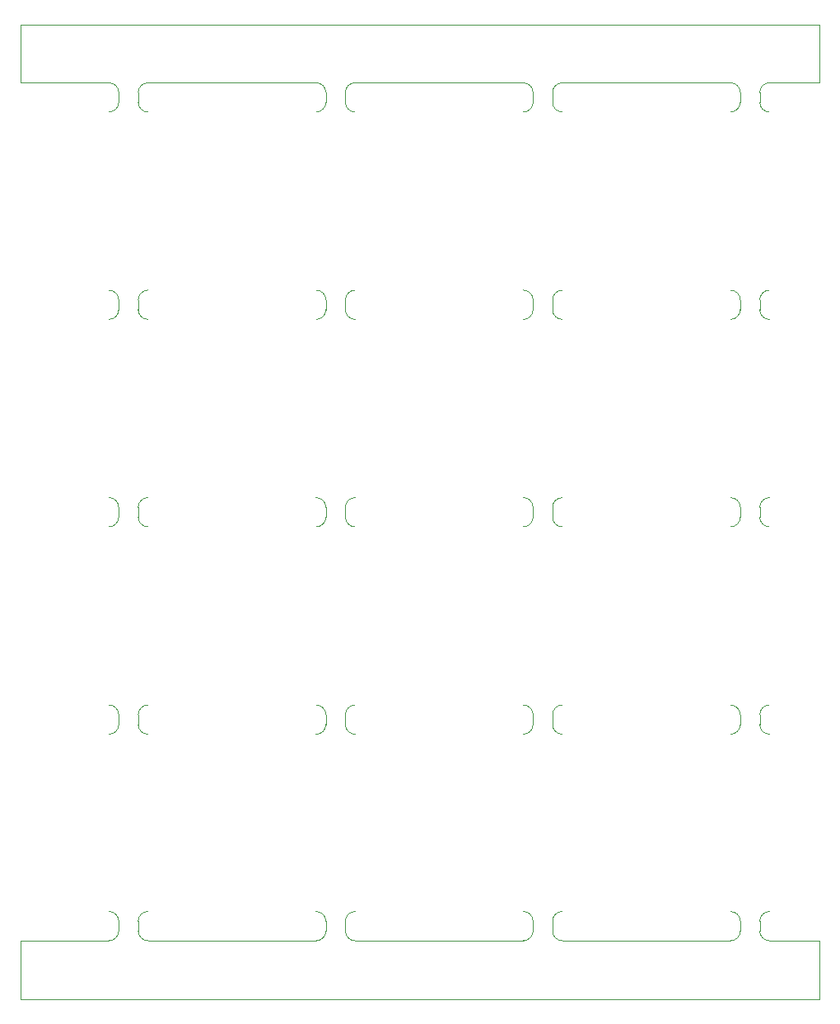
<source format=gm1>
%MOMM*%
%FSLAX46Y46*%
%IPPOS*%
%ADD10C,0.1*%
%ADD11C,0.1*%
%ADD12C,0.1*%
%ADD13C,0.1*%
%ADD14C,0.1*%
%ADD15C,0.1*%
%ADD16C,0.1*%
%ADD17C,0.1*%
%ADD18C,0.1*%
%ADD19C,0.1*%
%ADD20C,0.1*%
%ADD21C,0.1*%
%ADD22C,0.1*%
%ADD23C,0.1*%
%ADD24C,0.1*%
%ADD25C,0.1*%
%ADD26C,0.1*%
%ADD27C,0.1*%
%ADD28C,0.1*%
%ADD29C,0.1*%
%ADD30C,0.1*%
%ADD31C,0.1*%
%TF.GenerationSoftware,halfmarble,hm-panelizer,1.0.0 (beta)*%
%TF.SameCoordinates,Original*%
%TF.FileFunction,Profile,NP*%
%TF.ProjectId,hm-PanelRail,0,0*%
%LPD*%
%TA.AperFunction,Profile*%
%TD*%
D10*
G01*
X0Y0D02*
X82152000Y0D01*
X82152000Y0D02*
X82152000Y6000000D01*
X0Y6000000D02*
X9100000Y6000000D01*
X13100000Y6000000D02*
X30400000Y6000000D01*
X34400000Y6000000D02*
X51700000Y6000000D01*
X55700000Y6000000D02*
X73000000Y6000000D01*
X77000000Y6000000D02*
X82152000Y6000000D01*
X82152000Y6000000D01*
X0Y6000000D02*
X0Y0D01*
%TF.GenerationSoftware,halfmarble,hm-panelizer,1.0.0 (beta)*%
%TF.SameCoordinates,Original*%
%TF.FileFunction,Profile,NP*%
%TF.ProjectId,hm-PanelRail,0,0*%
%LPD*%
%TA.AperFunction,Profile*%
%TD*%
D11*
G01*
X0Y94100000D02*
X9100000Y94100000D01*
X13100000Y94100000D02*
X30400000Y94100000D01*
X34400000Y94100000D02*
X51700000Y94100000D01*
X55700000Y94100000D02*
X73000000Y94100000D01*
X77000000Y94100000D02*
X82152000Y94100000D01*
X82152000Y94100000D01*
X82152000Y94100000D02*
X82152000Y100100000D01*
X0Y100100000D02*
X82152000Y100100000D01*
X0Y100100000D02*
X0Y94100000D01*
%TF.GenerationSoftware,halfmarble,hm-panelizer,1.0.0 (beta)*%
%TF.SameCoordinates,Original*%
%TF.FileFunction,Profile,NP*%
%TF.ProjectId,hm-PanelMouseBite,0,0*%
%LPD*%
%TA.AperFunction,Profile*%
%TD*%
D12*
G01*
X9100000Y6000000D02*
G75*
G03*
X10100000Y7000000I0J1000000D01*
G01*
X10100000Y7000000D02*
X10100000Y8000000D01*
G01*
X10100000Y8000000D02*
G75*
G03*
X9100000Y9000000I-1000000J0D01*
G01*
X13100000Y6000000D02*
G75*
G02*
X12100000Y7000000I0J1000000D01*
G01*
X12100000Y7000000D02*
X12100000Y8000000D01*
G01*
X12100000Y8000000D02*
G75*
G02*
X13100000Y9000000I1000000J0D01*
%TF.GenerationSoftware,halfmarble,hm-panelizer,1.0.0 (beta)*%
%TF.SameCoordinates,Original*%
%TF.FileFunction,Profile,NP*%
%TF.ProjectId,hm-PanelMouseBite,0,0*%
%LPD*%
%TA.AperFunction,Profile*%
%TD*%
D13*
G01*
X30400000Y6000000D02*
G75*
G03*
X31400000Y7000000I0J1000000D01*
G01*
X31400000Y7000000D02*
X31400000Y8000000D01*
G01*
X31400000Y8000000D02*
G75*
G03*
X30400000Y9000000I-1000000J0D01*
G01*
X34400000Y6000000D02*
G75*
G02*
X33400000Y7000000I0J1000000D01*
G01*
X33400000Y7000000D02*
X33400000Y8000000D01*
G01*
X33400000Y8000000D02*
G75*
G02*
X34400000Y9000000I1000000J0D01*
%TF.GenerationSoftware,halfmarble,hm-panelizer,1.0.0 (beta)*%
%TF.SameCoordinates,Original*%
%TF.FileFunction,Profile,NP*%
%TF.ProjectId,hm-PanelMouseBite,0,0*%
%LPD*%
%TA.AperFunction,Profile*%
%TD*%
D14*
G01*
X51700000Y6000000D02*
G75*
G03*
X52700000Y7000000I0J1000000D01*
G01*
X52700000Y7000000D02*
X52700000Y8000000D01*
G01*
X52700000Y8000000D02*
G75*
G03*
X51700000Y9000000I-1000000J0D01*
G01*
X55700000Y6000000D02*
G75*
G02*
X54700000Y7000000I0J1000000D01*
G01*
X54700000Y7000000D02*
X54700000Y8000000D01*
G01*
X54700000Y8000000D02*
G75*
G02*
X55700000Y9000000I1000000J0D01*
%TF.GenerationSoftware,halfmarble,hm-panelizer,1.0.0 (beta)*%
%TF.SameCoordinates,Original*%
%TF.FileFunction,Profile,NP*%
%TF.ProjectId,hm-PanelMouseBite,0,0*%
%LPD*%
%TA.AperFunction,Profile*%
%TD*%
D15*
G01*
X73000000Y6000000D02*
G75*
G03*
X74000000Y7000000I0J1000000D01*
G01*
X74000000Y7000000D02*
X74000000Y8000000D01*
G01*
X74000000Y8000000D02*
G75*
G03*
X73000000Y9000000I-1000000J0D01*
G01*
X77000000Y6000000D02*
G75*
G02*
X76000000Y7000000I0J1000000D01*
G01*
X76000000Y7000000D02*
X76000000Y8000000D01*
G01*
X76000000Y8000000D02*
G75*
G02*
X77000000Y9000000I1000000J0D01*
%TF.GenerationSoftware,halfmarble,hm-panelizer,1.0.0 (beta)*%
%TF.SameCoordinates,Original*%
%TF.FileFunction,Profile,NP*%
%TF.ProjectId,hm-PanelMouseBite,0,0*%
%LPD*%
%TA.AperFunction,Profile*%
%TD*%
D16*
G01*
X9100000Y27200000D02*
G75*
G03*
X10100000Y28200000I0J1000000D01*
G01*
X10100000Y28200000D02*
X10100000Y29200000D01*
G01*
X10100000Y29200000D02*
G75*
G03*
X9100000Y30200000I-1000000J0D01*
G01*
X13100000Y27200000D02*
G75*
G02*
X12100000Y28200000I0J1000000D01*
G01*
X12100000Y28200000D02*
X12100000Y29200000D01*
G01*
X12100000Y29200000D02*
G75*
G02*
X13100000Y30200000I1000000J0D01*
%TF.GenerationSoftware,halfmarble,hm-panelizer,1.0.0 (beta)*%
%TF.SameCoordinates,Original*%
%TF.FileFunction,Profile,NP*%
%TF.ProjectId,hm-PanelMouseBite,0,0*%
%LPD*%
%TA.AperFunction,Profile*%
%TD*%
D17*
G01*
X30400000Y27200000D02*
G75*
G03*
X31400000Y28200000I0J1000000D01*
G01*
X31400000Y28200000D02*
X31400000Y29200000D01*
G01*
X31400000Y29200000D02*
G75*
G03*
X30400000Y30200000I-1000000J0D01*
G01*
X34400000Y27200000D02*
G75*
G02*
X33400000Y28200000I0J1000000D01*
G01*
X33400000Y28200000D02*
X33400000Y29200000D01*
G01*
X33400000Y29200000D02*
G75*
G02*
X34400000Y30200000I1000000J0D01*
%TF.GenerationSoftware,halfmarble,hm-panelizer,1.0.0 (beta)*%
%TF.SameCoordinates,Original*%
%TF.FileFunction,Profile,NP*%
%TF.ProjectId,hm-PanelMouseBite,0,0*%
%LPD*%
%TA.AperFunction,Profile*%
%TD*%
D18*
G01*
X51700000Y27200000D02*
G75*
G03*
X52700000Y28200000I0J1000000D01*
G01*
X52700000Y28200000D02*
X52700000Y29200000D01*
G01*
X52700000Y29200000D02*
G75*
G03*
X51700000Y30200000I-1000000J0D01*
G01*
X55700000Y27200000D02*
G75*
G02*
X54700000Y28200000I0J1000000D01*
G01*
X54700000Y28200000D02*
X54700000Y29200000D01*
G01*
X54700000Y29200000D02*
G75*
G02*
X55700000Y30200000I1000000J0D01*
%TF.GenerationSoftware,halfmarble,hm-panelizer,1.0.0 (beta)*%
%TF.SameCoordinates,Original*%
%TF.FileFunction,Profile,NP*%
%TF.ProjectId,hm-PanelMouseBite,0,0*%
%LPD*%
%TA.AperFunction,Profile*%
%TD*%
D19*
G01*
X73000000Y27200000D02*
G75*
G03*
X74000000Y28200000I0J1000000D01*
G01*
X74000000Y28200000D02*
X74000000Y29200000D01*
G01*
X74000000Y29200000D02*
G75*
G03*
X73000000Y30200000I-1000000J0D01*
G01*
X77000000Y27200000D02*
G75*
G02*
X76000000Y28200000I0J1000000D01*
G01*
X76000000Y28200000D02*
X76000000Y29200000D01*
G01*
X76000000Y29200000D02*
G75*
G02*
X77000000Y30200000I1000000J0D01*
%TF.GenerationSoftware,halfmarble,hm-panelizer,1.0.0 (beta)*%
%TF.SameCoordinates,Original*%
%TF.FileFunction,Profile,NP*%
%TF.ProjectId,hm-PanelMouseBite,0,0*%
%LPD*%
%TA.AperFunction,Profile*%
%TD*%
D20*
G01*
X9100000Y48500000D02*
G75*
G03*
X10100000Y49500000I0J1000000D01*
G01*
X10100000Y49500000D02*
X10100000Y50500000D01*
G01*
X10100000Y50500000D02*
G75*
G03*
X9100000Y51500000I-1000000J0D01*
G01*
X13100000Y48500000D02*
G75*
G02*
X12100000Y49500000I0J1000000D01*
G01*
X12100000Y49500000D02*
X12100000Y50500000D01*
G01*
X12100000Y50500000D02*
G75*
G02*
X13100000Y51500000I1000000J0D01*
%TF.GenerationSoftware,halfmarble,hm-panelizer,1.0.0 (beta)*%
%TF.SameCoordinates,Original*%
%TF.FileFunction,Profile,NP*%
%TF.ProjectId,hm-PanelMouseBite,0,0*%
%LPD*%
%TA.AperFunction,Profile*%
%TD*%
D21*
G01*
X30400000Y48500000D02*
G75*
G03*
X31400000Y49500000I0J1000000D01*
G01*
X31400000Y49500000D02*
X31400000Y50500000D01*
G01*
X31400000Y50500000D02*
G75*
G03*
X30400000Y51500000I-1000000J0D01*
G01*
X34400000Y48500000D02*
G75*
G02*
X33400000Y49500000I0J1000000D01*
G01*
X33400000Y49500000D02*
X33400000Y50500000D01*
G01*
X33400000Y50500000D02*
G75*
G02*
X34400000Y51500000I1000000J0D01*
%TF.GenerationSoftware,halfmarble,hm-panelizer,1.0.0 (beta)*%
%TF.SameCoordinates,Original*%
%TF.FileFunction,Profile,NP*%
%TF.ProjectId,hm-PanelMouseBite,0,0*%
%LPD*%
%TA.AperFunction,Profile*%
%TD*%
D22*
G01*
X51700000Y48500000D02*
G75*
G03*
X52700000Y49500000I0J1000000D01*
G01*
X52700000Y49500000D02*
X52700000Y50500000D01*
G01*
X52700000Y50500000D02*
G75*
G03*
X51700000Y51500000I-1000000J0D01*
G01*
X55700000Y48500000D02*
G75*
G02*
X54700000Y49500000I0J1000000D01*
G01*
X54700000Y49500000D02*
X54700000Y50500000D01*
G01*
X54700000Y50500000D02*
G75*
G02*
X55700000Y51500000I1000000J0D01*
%TF.GenerationSoftware,halfmarble,hm-panelizer,1.0.0 (beta)*%
%TF.SameCoordinates,Original*%
%TF.FileFunction,Profile,NP*%
%TF.ProjectId,hm-PanelMouseBite,0,0*%
%LPD*%
%TA.AperFunction,Profile*%
%TD*%
D23*
G01*
X73000000Y48500000D02*
G75*
G03*
X74000000Y49500000I0J1000000D01*
G01*
X74000000Y49500000D02*
X74000000Y50500000D01*
G01*
X74000000Y50500000D02*
G75*
G03*
X73000000Y51500000I-1000000J0D01*
G01*
X77000000Y48500000D02*
G75*
G02*
X76000000Y49500000I0J1000000D01*
G01*
X76000000Y49500000D02*
X76000000Y50500000D01*
G01*
X76000000Y50500000D02*
G75*
G02*
X77000000Y51500000I1000000J0D01*
%TF.GenerationSoftware,halfmarble,hm-panelizer,1.0.0 (beta)*%
%TF.SameCoordinates,Original*%
%TF.FileFunction,Profile,NP*%
%TF.ProjectId,hm-PanelMouseBite,0,0*%
%LPD*%
%TA.AperFunction,Profile*%
%TD*%
D24*
G01*
X9100000Y69800000D02*
G75*
G03*
X10100000Y70800000I0J1000000D01*
G01*
X10100000Y70800000D02*
X10100000Y71800000D01*
G01*
X10100000Y71800000D02*
G75*
G03*
X9100000Y72800000I-1000000J0D01*
G01*
X13100000Y69800000D02*
G75*
G02*
X12100000Y70800000I0J1000000D01*
G01*
X12100000Y70800000D02*
X12100000Y71800000D01*
G01*
X12100000Y71800000D02*
G75*
G02*
X13100000Y72800000I1000000J0D01*
%TF.GenerationSoftware,halfmarble,hm-panelizer,1.0.0 (beta)*%
%TF.SameCoordinates,Original*%
%TF.FileFunction,Profile,NP*%
%TF.ProjectId,hm-PanelMouseBite,0,0*%
%LPD*%
%TA.AperFunction,Profile*%
%TD*%
D25*
G01*
X30400000Y69800000D02*
G75*
G03*
X31400000Y70800000I0J1000000D01*
G01*
X31400000Y70800000D02*
X31400000Y71800000D01*
G01*
X31400000Y71800000D02*
G75*
G03*
X30400000Y72800000I-1000000J0D01*
G01*
X34400000Y69800000D02*
G75*
G02*
X33400000Y70800000I0J1000000D01*
G01*
X33400000Y70800000D02*
X33400000Y71800000D01*
G01*
X33400000Y71800000D02*
G75*
G02*
X34400000Y72800000I1000000J0D01*
%TF.GenerationSoftware,halfmarble,hm-panelizer,1.0.0 (beta)*%
%TF.SameCoordinates,Original*%
%TF.FileFunction,Profile,NP*%
%TF.ProjectId,hm-PanelMouseBite,0,0*%
%LPD*%
%TA.AperFunction,Profile*%
%TD*%
D26*
G01*
X51700000Y69800000D02*
G75*
G03*
X52700000Y70800000I0J1000000D01*
G01*
X52700000Y70800000D02*
X52700000Y71800000D01*
G01*
X52700000Y71800000D02*
G75*
G03*
X51700000Y72800000I-1000000J0D01*
G01*
X55700000Y69800000D02*
G75*
G02*
X54700000Y70800000I0J1000000D01*
G01*
X54700000Y70800000D02*
X54700000Y71800000D01*
G01*
X54700000Y71800000D02*
G75*
G02*
X55700000Y72800000I1000000J0D01*
%TF.GenerationSoftware,halfmarble,hm-panelizer,1.0.0 (beta)*%
%TF.SameCoordinates,Original*%
%TF.FileFunction,Profile,NP*%
%TF.ProjectId,hm-PanelMouseBite,0,0*%
%LPD*%
%TA.AperFunction,Profile*%
%TD*%
D27*
G01*
X73000000Y69800000D02*
G75*
G03*
X74000000Y70800000I0J1000000D01*
G01*
X74000000Y70800000D02*
X74000000Y71800000D01*
G01*
X74000000Y71800000D02*
G75*
G03*
X73000000Y72800000I-1000000J0D01*
G01*
X77000000Y69800000D02*
G75*
G02*
X76000000Y70800000I0J1000000D01*
G01*
X76000000Y70800000D02*
X76000000Y71800000D01*
G01*
X76000000Y71800000D02*
G75*
G02*
X77000000Y72800000I1000000J0D01*
%TF.GenerationSoftware,halfmarble,hm-panelizer,1.0.0 (beta)*%
%TF.SameCoordinates,Original*%
%TF.FileFunction,Profile,NP*%
%TF.ProjectId,hm-PanelMouseBite,0,0*%
%LPD*%
%TA.AperFunction,Profile*%
%TD*%
D28*
G01*
X9100000Y91100000D02*
G75*
G03*
X10100000Y92100000I0J1000000D01*
G01*
X10100000Y92100000D02*
X10100000Y93100000D01*
G01*
X10100000Y93100000D02*
G75*
G03*
X9100000Y94100000I-1000000J0D01*
G01*
X13100000Y91100000D02*
G75*
G02*
X12100000Y92100000I0J1000000D01*
G01*
X12100000Y92100000D02*
X12100000Y93100000D01*
G01*
X12100000Y93100000D02*
G75*
G02*
X13100000Y94100000I1000000J0D01*
%TF.GenerationSoftware,halfmarble,hm-panelizer,1.0.0 (beta)*%
%TF.SameCoordinates,Original*%
%TF.FileFunction,Profile,NP*%
%TF.ProjectId,hm-PanelMouseBite,0,0*%
%LPD*%
%TA.AperFunction,Profile*%
%TD*%
D29*
G01*
X30400000Y91100000D02*
G75*
G03*
X31400000Y92100000I0J1000000D01*
G01*
X31400000Y92100000D02*
X31400000Y93100000D01*
G01*
X31400000Y93100000D02*
G75*
G03*
X30400000Y94100000I-1000000J0D01*
G01*
X34400000Y91100000D02*
G75*
G02*
X33400000Y92100000I0J1000000D01*
G01*
X33400000Y92100000D02*
X33400000Y93100000D01*
G01*
X33400000Y93100000D02*
G75*
G02*
X34400000Y94100000I1000000J0D01*
%TF.GenerationSoftware,halfmarble,hm-panelizer,1.0.0 (beta)*%
%TF.SameCoordinates,Original*%
%TF.FileFunction,Profile,NP*%
%TF.ProjectId,hm-PanelMouseBite,0,0*%
%LPD*%
%TA.AperFunction,Profile*%
%TD*%
D30*
G01*
X51700000Y91100000D02*
G75*
G03*
X52700000Y92100000I0J1000000D01*
G01*
X52700000Y92100000D02*
X52700000Y93100000D01*
G01*
X52700000Y93100000D02*
G75*
G03*
X51700000Y94100000I-1000000J0D01*
G01*
X55700000Y91100000D02*
G75*
G02*
X54700000Y92100000I0J1000000D01*
G01*
X54700000Y92100000D02*
X54700000Y93100000D01*
G01*
X54700000Y93100000D02*
G75*
G02*
X55700000Y94100000I1000000J0D01*
%TF.GenerationSoftware,halfmarble,hm-panelizer,1.0.0 (beta)*%
%TF.SameCoordinates,Original*%
%TF.FileFunction,Profile,NP*%
%TF.ProjectId,hm-PanelMouseBite,0,0*%
%LPD*%
%TA.AperFunction,Profile*%
%TD*%
D31*
G01*
X73000000Y91100000D02*
G75*
G03*
X74000000Y92100000I0J1000000D01*
G01*
X74000000Y92100000D02*
X74000000Y93100000D01*
G01*
X74000000Y93100000D02*
G75*
G03*
X73000000Y94100000I-1000000J0D01*
G01*
X77000000Y91100000D02*
G75*
G02*
X76000000Y92100000I0J1000000D01*
G01*
X76000000Y92100000D02*
X76000000Y93100000D01*
G01*
X76000000Y93100000D02*
G75*
G02*
X77000000Y94100000I1000000J0D01*
M02*

</source>
